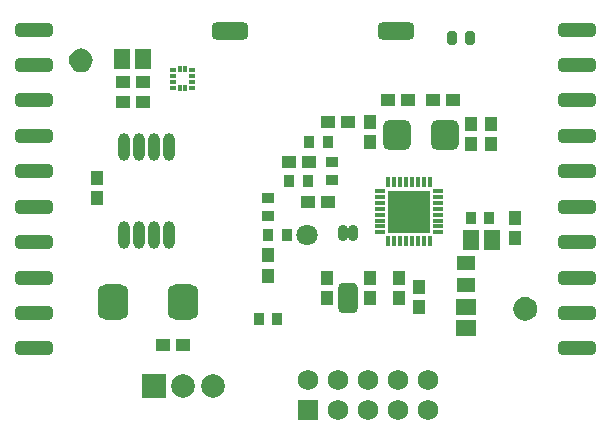
<source format=gts>
G04 Layer_Color=8388736*
%FSLAX24Y24*%
%MOIN*%
G70*
G01*
G75*
%ADD53R,0.0474X0.0434*%
%ADD54R,0.0434X0.0474*%
%ADD55R,0.0356X0.0434*%
G04:AMPARAMS|DCode=56|XSize=102.5mil|YSize=118.2mil|CornerRadius=27.6mil|HoleSize=0mil|Usage=FLASHONLY|Rotation=180.000|XOffset=0mil|YOffset=0mil|HoleType=Round|Shape=RoundedRectangle|*
%AMROUNDEDRECTD56*
21,1,0.1025,0.0630,0,0,180.0*
21,1,0.0472,0.1182,0,0,180.0*
1,1,0.0552,-0.0236,0.0315*
1,1,0.0552,0.0236,0.0315*
1,1,0.0552,0.0236,-0.0315*
1,1,0.0552,-0.0236,-0.0315*
%
%ADD56ROUNDEDRECTD56*%
%ADD57R,0.0197X0.0157*%
%ADD58R,0.0157X0.0197*%
%ADD59R,0.0533X0.0651*%
G04:AMPARAMS|DCode=60|XSize=98.6mil|YSize=90.7mil|CornerRadius=16.4mil|HoleSize=0mil|Usage=FLASHONLY|Rotation=90.000|XOffset=0mil|YOffset=0mil|HoleType=Round|Shape=RoundedRectangle|*
%AMROUNDEDRECTD60*
21,1,0.0986,0.0579,0,0,90.0*
21,1,0.0657,0.0907,0,0,90.0*
1,1,0.0328,0.0289,0.0329*
1,1,0.0328,0.0289,-0.0329*
1,1,0.0328,-0.0289,-0.0329*
1,1,0.0328,-0.0289,0.0329*
%
%ADD60ROUNDEDRECTD60*%
%ADD61R,0.1398X0.1398*%
%ADD62O,0.0374X0.0150*%
%ADD63O,0.0150X0.0374*%
%ADD64R,0.0631X0.0493*%
%ADD65R,0.0651X0.0533*%
G04:AMPARAMS|DCode=66|XSize=51.3mil|YSize=31.6mil|CornerRadius=9.9mil|HoleSize=0mil|Usage=FLASHONLY|Rotation=270.000|XOffset=0mil|YOffset=0mil|HoleType=Round|Shape=RoundedRectangle|*
%AMROUNDEDRECTD66*
21,1,0.0513,0.0118,0,0,270.0*
21,1,0.0315,0.0316,0,0,270.0*
1,1,0.0198,-0.0059,-0.0157*
1,1,0.0198,-0.0059,0.0157*
1,1,0.0198,0.0059,0.0157*
1,1,0.0198,0.0059,-0.0157*
%
%ADD66ROUNDEDRECTD66*%
G04:AMPARAMS|DCode=67|XSize=102.5mil|YSize=67.1mil|CornerRadius=18.8mil|HoleSize=0mil|Usage=FLASHONLY|Rotation=270.000|XOffset=0mil|YOffset=0mil|HoleType=Round|Shape=RoundedRectangle|*
%AMROUNDEDRECTD67*
21,1,0.1025,0.0295,0,0,270.0*
21,1,0.0650,0.0671,0,0,270.0*
1,1,0.0375,-0.0148,-0.0325*
1,1,0.0375,-0.0148,0.0325*
1,1,0.0375,0.0148,0.0325*
1,1,0.0375,0.0148,-0.0325*
%
%ADD67ROUNDEDRECTD67*%
%ADD68R,0.0434X0.0356*%
%ADD69O,0.0375X0.0930*%
G04:AMPARAMS|DCode=70|XSize=122.2mil|YSize=59.2mil|CornerRadius=16.8mil|HoleSize=0mil|Usage=FLASHONLY|Rotation=180.000|XOffset=0mil|YOffset=0mil|HoleType=Round|Shape=RoundedRectangle|*
%AMROUNDEDRECTD70*
21,1,0.1222,0.0256,0,0,180.0*
21,1,0.0886,0.0592,0,0,180.0*
1,1,0.0336,-0.0443,0.0128*
1,1,0.0336,0.0443,0.0128*
1,1,0.0336,0.0443,-0.0128*
1,1,0.0336,-0.0443,-0.0128*
%
%ADD70ROUNDEDRECTD70*%
G04:AMPARAMS|DCode=71|XSize=36mil|YSize=43.8mil|CornerRadius=6.8mil|HoleSize=0mil|Usage=FLASHONLY|Rotation=0.000|XOffset=0mil|YOffset=0mil|HoleType=Round|Shape=RoundedRectangle|*
%AMROUNDEDRECTD71*
21,1,0.0360,0.0302,0,0,0.0*
21,1,0.0224,0.0438,0,0,0.0*
1,1,0.0136,0.0112,-0.0151*
1,1,0.0136,-0.0112,-0.0151*
1,1,0.0136,-0.0112,0.0151*
1,1,0.0136,0.0112,0.0151*
%
%ADD71ROUNDEDRECTD71*%
%ADD72C,0.0789*%
%ADD73R,0.0789X0.0789*%
%ADD74C,0.0710*%
G04:AMPARAMS|DCode=75|XSize=126.1mil|YSize=47.4mil|CornerRadius=13.8mil|HoleSize=0mil|Usage=FLASHONLY|Rotation=0.000|XOffset=0mil|YOffset=0mil|HoleType=Round|Shape=RoundedRectangle|*
%AMROUNDEDRECTD75*
21,1,0.1261,0.0197,0,0,0.0*
21,1,0.0984,0.0474,0,0,0.0*
1,1,0.0277,0.0492,-0.0098*
1,1,0.0277,-0.0492,-0.0098*
1,1,0.0277,-0.0492,0.0098*
1,1,0.0277,0.0492,0.0098*
%
%ADD75ROUNDEDRECTD75*%
%ADD76C,0.0680*%
%ADD77R,0.0680X0.0680*%
G36*
X26678Y41171D02*
X26773Y41131D01*
X26856Y41068D01*
X26919Y40986D01*
X26958Y40890D01*
X26972Y40787D01*
X26958Y40685D01*
X26919Y40589D01*
X26856Y40507D01*
X26773Y40444D01*
X26678Y40404D01*
X26575Y40390D01*
X26472Y40404D01*
X26376Y40444D01*
X26294Y40507D01*
X26231Y40589D01*
X26191Y40685D01*
X26178Y40787D01*
X26191Y40890D01*
X26231Y40986D01*
X26294Y41068D01*
X26376Y41131D01*
X26472Y41171D01*
X26575Y41185D01*
X26678Y41171D01*
D02*
G37*
G36*
X41491Y32884D02*
X41586Y32844D01*
X41669Y32781D01*
X41732Y32699D01*
X41771Y32603D01*
X41785Y32500D01*
X41771Y32397D01*
X41732Y32301D01*
X41669Y32219D01*
X41586Y32156D01*
X41491Y32116D01*
X41388Y32103D01*
X41285Y32116D01*
X41189Y32156D01*
X41107Y32219D01*
X41044Y32301D01*
X41004Y32397D01*
X40991Y32500D01*
X41004Y32603D01*
X41044Y32699D01*
X41107Y32781D01*
X41189Y32844D01*
X41285Y32884D01*
X41388Y32897D01*
X41491Y32884D01*
D02*
G37*
D53*
X38976Y39478D02*
D03*
X38307D02*
D03*
X29980Y31289D02*
D03*
X29311D02*
D03*
X28652Y39400D02*
D03*
X27982D02*
D03*
X28652Y40069D02*
D03*
X27982D02*
D03*
X33524Y37392D02*
D03*
X34193D02*
D03*
X35482Y38740D02*
D03*
X34813D02*
D03*
X34134Y36063D02*
D03*
X34803D02*
D03*
X36821Y39478D02*
D03*
X37490D02*
D03*
D54*
X27096Y36181D02*
D03*
Y36850D02*
D03*
X40246Y38661D02*
D03*
Y37992D02*
D03*
X39587Y37992D02*
D03*
Y38661D02*
D03*
X36220Y38071D02*
D03*
Y38740D02*
D03*
X41033Y35531D02*
D03*
Y34862D02*
D03*
X37175Y32854D02*
D03*
Y33524D02*
D03*
X37835Y33228D02*
D03*
Y32559D02*
D03*
X34774Y33524D02*
D03*
Y32854D02*
D03*
X36201Y33524D02*
D03*
Y32854D02*
D03*
X32825Y34281D02*
D03*
Y33612D02*
D03*
D55*
X33110Y32175D02*
D03*
X32500D02*
D03*
X40187Y35541D02*
D03*
X39577D02*
D03*
X34193Y38061D02*
D03*
X34803D02*
D03*
X33524Y36752D02*
D03*
X34134D02*
D03*
X33435Y34961D02*
D03*
X32825D02*
D03*
D56*
X29989Y32717D02*
D03*
X27629D02*
D03*
D57*
X30276Y39872D02*
D03*
Y40069D02*
D03*
Y40266D02*
D03*
Y40463D02*
D03*
X29646D02*
D03*
Y40266D02*
D03*
Y40069D02*
D03*
Y39872D02*
D03*
D58*
X30059Y40482D02*
D03*
X29862D02*
D03*
Y39852D02*
D03*
X30059D02*
D03*
D59*
X27943Y40817D02*
D03*
X28652D02*
D03*
X40285Y34793D02*
D03*
X39577D02*
D03*
D60*
X37126Y38307D02*
D03*
X38701D02*
D03*
D61*
X37510Y35738D02*
D03*
D62*
X36535Y36427D02*
D03*
Y36230D02*
D03*
Y36033D02*
D03*
Y35837D02*
D03*
Y35640D02*
D03*
Y35443D02*
D03*
Y35246D02*
D03*
Y35049D02*
D03*
X38484D02*
D03*
Y35246D02*
D03*
Y35443D02*
D03*
Y35640D02*
D03*
Y35837D02*
D03*
Y36033D02*
D03*
Y36230D02*
D03*
Y36427D02*
D03*
D63*
X36821Y34764D02*
D03*
X37018D02*
D03*
X37215D02*
D03*
X37411D02*
D03*
X37608D02*
D03*
X37805D02*
D03*
X38002D02*
D03*
X38199D02*
D03*
Y36713D02*
D03*
X38002D02*
D03*
X37805D02*
D03*
X37608D02*
D03*
X37411D02*
D03*
X37215D02*
D03*
X37018D02*
D03*
X36821D02*
D03*
D64*
X39409Y34035D02*
D03*
Y33287D02*
D03*
D65*
Y31850D02*
D03*
Y32559D02*
D03*
D66*
X35305Y35039D02*
D03*
X35659D02*
D03*
D67*
X35482Y32854D02*
D03*
D68*
X34951Y37392D02*
D03*
Y36781D02*
D03*
X32825Y35591D02*
D03*
Y36201D02*
D03*
D69*
X29502Y34961D02*
D03*
X28502D02*
D03*
X28002D02*
D03*
X29502Y37911D02*
D03*
X28502D02*
D03*
X28002D02*
D03*
X29002Y34961D02*
D03*
Y37911D02*
D03*
D70*
X31535Y41752D02*
D03*
X37087D02*
D03*
D71*
X39537Y41535D02*
D03*
X38927D02*
D03*
D72*
X29980Y29941D02*
D03*
X30965D02*
D03*
D73*
X28996D02*
D03*
D74*
X34094Y34961D02*
D03*
D75*
X43110Y31181D02*
D03*
Y32362D02*
D03*
Y33543D02*
D03*
Y34724D02*
D03*
Y35906D02*
D03*
Y37087D02*
D03*
Y38268D02*
D03*
Y39449D02*
D03*
Y40630D02*
D03*
Y41811D02*
D03*
X25000D02*
D03*
Y40630D02*
D03*
Y39449D02*
D03*
Y38268D02*
D03*
Y37087D02*
D03*
Y35906D02*
D03*
Y34724D02*
D03*
Y33543D02*
D03*
Y32362D02*
D03*
Y31181D02*
D03*
D76*
X36144Y30144D02*
D03*
Y29144D02*
D03*
X37144Y30144D02*
D03*
X38144D02*
D03*
X34144D02*
D03*
X35144D02*
D03*
X37144Y29144D02*
D03*
X38144D02*
D03*
X35144D02*
D03*
D77*
X34144D02*
D03*
M02*

</source>
